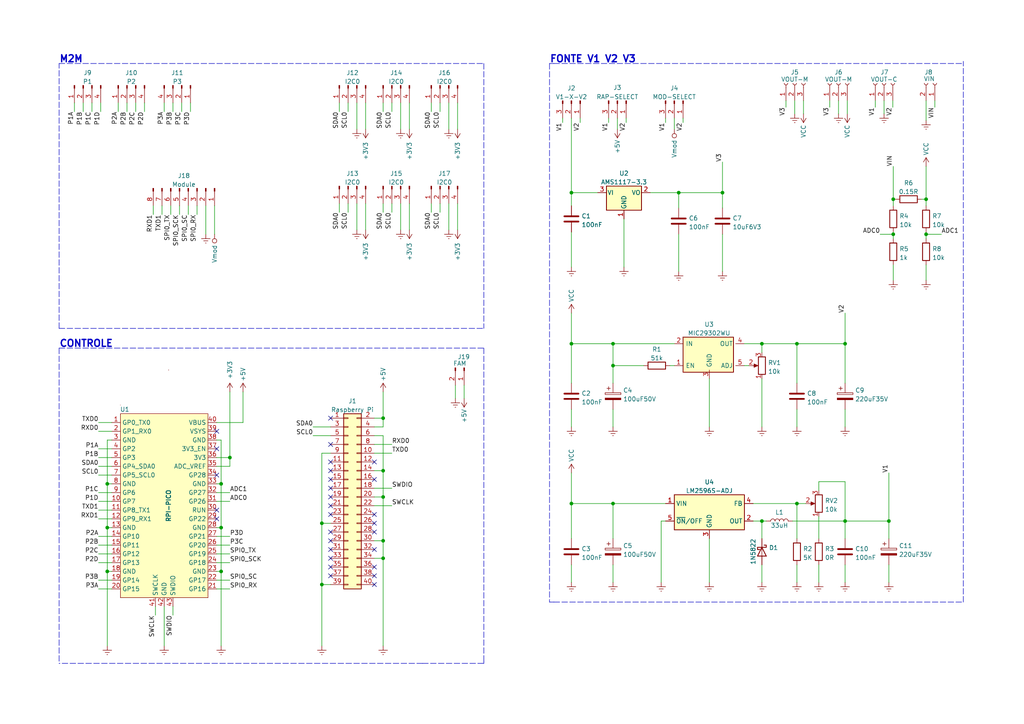
<source format=kicad_sch>
(kicad_sch (version 20211123) (generator eeschema)
  (paper "A4")
  (title_block (title "Controle e Alimentação") (date "2022-06-19") (rev "1.0") (company "Trekking") (comment 2 "Pedro Igro B. S."))
  (lib_symbols
    (symbol "Connector:Conn_01x02_Female" (pin_names (offset 1.016) hide)
      (property "Reference" "J" (at 0 2.54 0))
      (property "Value" "Conn_01x02_Female" (at 0 -5.08 0))
      (symbol "Conn_01x02_Female_1_1"
        (pin passive line (at -5.08 0 0) (length 3.81) (name "Pin_1") (number "1"))
        (pin passive line (at -5.08 -2.54 0) (length 3.81) (name "Pin_2") (number "2"))
      )
    )
    (symbol "Connector:Conn_01x02_Male" (pin_names (offset 1.016) hide)
      (property "Reference" "J" (at 0 2.54 0))
      (property "Value" "Conn_01x02_Male" (at 0 -5.08 0))
      (symbol "Conn_01x02_Male_1_1"
        (pin passive line (at 5.08 0 180) (length 3.81) (name "Pin_1") (number "1"))
        (pin passive line (at 5.08 -2.54 180) (length 3.81) (name "Pin_2") (number "2"))
      )
    )
    (symbol "Connector:Conn_01x03_Female" (pin_names (offset 1.016) hide)
      (property "Reference" "J" (at 0 5.08 0))
      (property "Value" "Conn_01x03_Female" (at 0 -5.08 0))
      (symbol "Conn_01x03_Female_1_1"
        (pin passive line (at -5.08 2.54 0) (length 3.81) (name "Pin_1") (number "1"))
        (pin passive line (at -5.08 0 0) (length 3.81) (name "Pin_2") (number "2"))
        (pin passive line (at -5.08 -2.54 0) (length 3.81) (name "Pin_3") (number "3"))
      )
    )
    (symbol "Connector:Conn_01x03_Male" (pin_names (offset 1.016) hide)
      (property "Reference" "J" (at 0 5.08 0))
      (property "Value" "Conn_01x03_Male" (at 0 -5.08 0))
      (symbol "Conn_01x03_Male_1_1"
        (pin passive line (at 5.08 2.54 180) (length 3.81) (name "Pin_1") (number "1"))
        (pin passive line (at 5.08 0 180) (length 3.81) (name "Pin_2") (number "2"))
        (pin passive line (at 5.08 -2.54 180) (length 3.81) (name "Pin_3") (number "3"))
      )
    )
    (symbol "Connector:Conn_01x04_Male" (pin_names (offset 1.016) hide)
      (property "Reference" "J" (at 0 5.08 0))
      (property "Value" "Conn_01x04_Male" (at 0 -7.62 0))
      (symbol "Conn_01x04_Male_1_1"
        (pin passive line (at 5.08 2.54 180) (length 3.81) (name "Pin_1") (number "1"))
        (pin passive line (at 5.08 0 180) (length 3.81) (name "Pin_2") (number "2"))
        (pin passive line (at 5.08 -2.54 180) (length 3.81) (name "Pin_3") (number "3"))
        (pin passive line (at 5.08 -5.08 180) (length 3.81) (name "Pin_4") (number "4"))
      )
    )
    (symbol "Connector:Conn_01x08_Male" (pin_names (offset 1.016) hide)
      (property "Reference" "J" (at 0 10.16 0))
      (property "Value" "Conn_01x08_Male" (at 0 -12.7 0))
      (symbol "Conn_01x08_Male_1_1"
        (pin passive line (at 5.08 7.62 180) (length 3.81) (name "Pin_1") (number "1"))
        (pin passive line (at 5.08 5.08 180) (length 3.81) (name "Pin_2") (number "2"))
        (pin passive line (at 5.08 2.54 180) (length 3.81) (name "Pin_3") (number "3"))
        (pin passive line (at 5.08 0 180) (length 3.81) (name "Pin_4") (number "4"))
        (pin passive line (at 5.08 -2.54 180) (length 3.81) (name "Pin_5") (number "5"))
        (pin passive line (at 5.08 -5.08 180) (length 3.81) (name "Pin_6") (number "6"))
        (pin passive line (at 5.08 -7.62 180) (length 3.81) (name "Pin_7") (number "7"))
        (pin passive line (at 5.08 -10.16 180) (length 3.81) (name "Pin_8") (number "8"))
      )
    )
    (symbol "Connector_Generic:Conn_02x20_Odd_Even" (pin_names (offset 1.016) hide)
      (property "Reference" "J" (at 1.27 25.4 0))
      (property "Value" "Conn_02x20_Odd_Even" (at 1.27 -27.94 0))
      (symbol "Conn_02x20_Odd_Even_1_1"
        (pin passive line (at -5.08 22.86 0) (length 3.81) (name "Pin_1") (number "1"))
        (pin passive line (at 7.62 12.7 180) (length 3.81) (name "Pin_10") (number "10"))
        (pin passive line (at -5.08 10.16 0) (length 3.81) (name "Pin_11") (number "11"))
        (pin passive line (at 7.62 10.16 180) (length 3.81) (name "Pin_12") (number "12"))
        (pin passive line (at -5.08 7.62 0) (length 3.81) (name "Pin_13") (number "13"))
        (pin passive line (at 7.62 7.62 180) (length 3.81) (name "Pin_14") (number "14"))
        (pin passive line (at -5.08 5.08 0) (length 3.81) (name "Pin_15") (number "15"))
        (pin passive line (at 7.62 5.08 180) (length 3.81) (name "Pin_16") (number "16"))
        (pin passive line (at -5.08 2.54 0) (length 3.81) (name "Pin_17") (number "17"))
        (pin passive line (at 7.62 2.54 180) (length 3.81) (name "Pin_18") (number "18"))
        (pin passive line (at -5.08 0 0) (length 3.81) (name "Pin_19") (number "19"))
        (pin passive line (at 7.62 22.86 180) (length 3.81) (name "Pin_2") (number "2"))
        (pin passive line (at 7.62 0 180) (length 3.81) (name "Pin_20") (number "20"))
        (pin passive line (at -5.08 -2.54 0) (length 3.81) (name "Pin_21") (number "21"))
        (pin passive line (at 7.62 -2.54 180) (length 3.81) (name "Pin_22") (number "22"))
        (pin passive line (at -5.08 -5.08 0) (length 3.81) (name "Pin_23") (number "23"))
        (pin passive line (at 7.62 -5.08 180) (length 3.81) (name "Pin_24") (number "24"))
        (pin passive line (at -5.08 -7.62 0) (length 3.81) (name "Pin_25") (number "25"))
        (pin passive line (at 7.62 -7.62 180) (length 3.81) (name "Pin_26") (number "26"))
        (pin passive line (at -5.08 -10.16 0) (length 3.81) (name "Pin_27") (number "27"))
        (pin passive line (at 7.62 -10.16 180) (length 3.81) (name "Pin_28") (number "28"))
        (pin passive line (at -5.08 -12.7 0) (length 3.81) (name "Pin_29") (number "29"))
        (pin passive line (at -5.08 20.32 0) (length 3.81) (name "Pin_3") (number "3"))
        (pin passive line (at 7.62 -12.7 180) (length 3.81) (name "Pin_30") (number "30"))
        (pin passive line (at -5.08 -15.24 0) (length 3.81) (name "Pin_31") (number "31"))
        (pin passive line (at 7.62 -15.24 180) (length 3.81) (name "Pin_32") (number "32"))
        (pin passive line (at -5.08 -17.78 0) (length 3.81) (name "Pin_33") (number "33"))
        (pin passive line (at 7.62 -17.78 180) (length 3.81) (name "Pin_34") (number "34"))
        (pin passive line (at -5.08 -20.32 0) (length 3.81) (name "Pin_35") (number "35"))
        (pin passive line (at 7.62 -20.32 180) (length 3.81) (name "Pin_36") (number "36"))
        (pin passive line (at -5.08 -22.86 0) (length 3.81) (name "Pin_37") (number "37"))
        (pin passive line (at 7.62 -22.86 180) (length 3.81) (name "Pin_38") (number "38"))
        (pin passive line (at -5.08 -25.4 0) (length 3.81) (name "Pin_39") (number "39"))
        (pin passive line (at 7.62 20.32 180) (length 3.81) (name "Pin_4") (number "4"))
        (pin passive line (at 7.62 -25.4 180) (length 3.81) (name "Pin_40") (number "40"))
        (pin passive line (at -5.08 17.78 0) (length 3.81) (name "Pin_5") (number "5"))
        (pin passive line (at 7.62 17.78 180) (length 3.81) (name "Pin_6") (number "6"))
        (pin passive line (at -5.08 15.24 0) (length 3.81) (name "Pin_7") (number "7"))
        (pin passive line (at 7.62 15.24 180) (length 3.81) (name "Pin_8") (number "8"))
        (pin passive line (at -5.08 12.7 0) (length 3.81) (name "Pin_9") (number "9"))
      )
    )
    (symbol "Device:C" (pin_numbers hide) (pin_names (offset 0.254))
      (property "Reference" "C" (at 0.635 2.54 0))
      (property "Value" "C" (at 0.635 -2.54 0))
      (symbol "C_1_1"
        (pin passive line (at 0 3.81 270) (length 2.794) (name "~") (number "1"))
        (pin passive line (at 0 -3.81 90) (length 2.794) (name "~") (number "2"))
      )
    )
    (symbol "Device:C_Polarized" (pin_numbers hide) (pin_names (offset 0.254))
      (property "Reference" "C" (at 0.635 2.54 0))
      (property "Value" "C_Polarized" (at 0.635 -2.54 0))
      (symbol "C_Polarized_1_1"
        (pin passive line (at 0 3.81 270) (length 2.794) (name "~") (number "1"))
        (pin passive line (at 0 -3.81 90) (length 2.794) (name "~") (number "2"))
      )
    )
    (symbol "Device:L" (pin_numbers hide) (pin_names (offset 1.016) hide)
      (property "Reference" "L" (at -1.27 0 90))
      (property "Value" "L" (at 1.905 0 90))
      (symbol "L_1_1"
        (pin passive line (at 0 3.81 270) (length 1.27) (name "1") (number "1"))
        (pin passive line (at 0 -3.81 90) (length 1.27) (name "2") (number "2"))
      )
    )
    (symbol "Device:R" (pin_numbers hide) (pin_names (offset 0))
      (property "Reference" "R" (at 2.032 0 90))
      (property "Value" "R" (at 0 0 90))
      (symbol "R_1_1"
        (pin passive line (at 0 3.81 270) (length 1.27) (name "~") (number "1"))
        (pin passive line (at 0 -3.81 90) (length 1.27) (name "~") (number "2"))
      )
    )
    (symbol "Device:R_Potentiometer" (pin_names (offset 1.016) hide)
      (property "Reference" "RV" (at -4.445 0 90))
      (property "Value" "R_Potentiometer" (at -2.54 0 90))
      (symbol "R_Potentiometer_1_1"
        (pin passive line (at 0 3.81 270) (length 1.27) (name "1") (number "1"))
        (pin passive line (at 3.81 0 180) (length 1.27) (name "2") (number "2"))
        (pin passive line (at 0 -3.81 90) (length 1.27) (name "3") (number "3"))
      )
    )
    (symbol "Diode:1N5822" (pin_numbers hide) (pin_names (offset 1.016) hide)
      (property "Reference" "D" (at 0 2.54 0))
      (property "Value" "1N5822" (at 0 -2.54 0))
      (symbol "1N5822_1_1"
        (pin passive line (at -3.81 0 0) (length 2.54) (name "K") (number "1"))
        (pin passive line (at 3.81 0 180) (length 2.54) (name "A") (number "2"))
      )
    )
    (symbol "MyLib-ALL:MIC29302WU" (pin_names (offset 0.762))
      (property "Reference" "U?" (at 0 6.2398 0))
      (property "Value" "MIC29302WU" (at 0 4.445 0))
      (symbol "MIC29302WU_1_1"
        (pin input line (at -10.16 -5.08 0) (length 2.54) (name "EN") (number "1"))
        (pin power_in line (at -10.16 1.27 0) (length 2.54) (name "IN") (number "2"))
        (pin power_in line (at 0 -8.89 90) (length 2.54) (name "GND") (number "3"))
        (pin power_out line (at 10.16 1.27 180) (length 2.54) (name "OUT") (number "4"))
        (pin input line (at 10.16 -5.08 180) (length 2.54) (name "ADJ") (number "5"))
      )
    )
    (symbol "MyLib-ALL:Vmod" (power) (pin_names (offset 0))
      (property "Value" "Vmod" (at 0 3.81 0))
      (symbol "Vmod_1_1"
        (pin power_in line (at 0 0 90) (length 0) hide (name "Vmod") (number "1"))
      )
    )
    (symbol "Regulator_Linear:AMS1117-3.3" (pin_names (offset 0.254))
      (property "Reference" "U" (at -3.81 3.175 0))
      (property "Value" "AMS1117-3.3" (at 0 3.175 0))
      (symbol "AMS1117-3.3_1_1"
        (pin power_in line (at 0 -7.62 90) (length 2.54) (name "GND") (number "1"))
        (pin power_out line (at 7.62 0 180) (length 2.54) (name "VO") (number "2"))
        (pin power_in line (at -7.62 0 0) (length 2.54) (name "VI") (number "3"))
      )
    )
    (symbol "Regulator_Switching:LM2596S-ADJ"
      (property "Reference" "U" (at -10.16 6.35 0))
      (property "Value" "LM2596S-ADJ" (at 0 6.35 0))
      (symbol "LM2596S-ADJ_1_1"
        (pin power_in line (at -12.7 2.54 0) (length 2.54) (name "VIN") (number "1"))
        (pin output line (at 12.7 -2.54 180) (length 2.54) (name "OUT") (number "2"))
        (pin power_in line (at 0 -7.62 90) (length 2.54) (name "GND") (number "3"))
        (pin input line (at 12.7 2.54 180) (length 2.54) (name "FB") (number "4"))
        (pin input line (at -12.7 -2.54 0) (length 2.54) (name "~{ON}/OFF") (number "5"))
      )
    )
    (symbol "power:+3V3" (power) (pin_names (offset 0))
      (property "Value" "+3V3" (at 0 3.556 0))
      (symbol "+3V3_1_1"
        (pin power_in line (at 0 0 90) (length 0) hide (name "+3V3") (number "1"))
      )
    )
    (symbol "power:+5V" (power) (pin_names (offset 0))
      (property "Value" "+5V" (at 0 3.556 0))
      (symbol "+5V_1_1"
        (pin power_in line (at 0 0 90) (length 0) hide (name "+5V") (number "1"))
      )
    )
    (symbol "power:Earth" (power) (pin_names (offset 0))
      (symbol "Earth_1_1"
        (pin power_in line (at 0 0 270) (length 0) hide (name "Earth") (number "1"))
      )
    )
    (symbol "power:VCC" (power) (pin_names (offset 0))
      (property "Value" "VCC" (at 0 3.81 0))
      (symbol "VCC_1_1"
        (pin power_in line (at 0 0 90) (length 0) hide (name "VCC") (number "1"))
      )
    )
    (symbol "trekking_Library:RPI-PICO"
      (property "Reference" "U?" (at -11.43 27.94 0))
      (property "Value" "RPI-PICO" (at 1.27 0 90))
      (symbol "RPI-PICO_1_1"
        (pin bidirectional line (at -15.24 24.13 0) (length 2.54) (name "GP0_TX0") (number "1"))
        (pin bidirectional line (at -15.24 1.27 0) (length 2.54) (name "GP7") (number "10"))
        (pin bidirectional line (at -15.24 -1.27 0) (length 2.54) (name "GP8_TX1") (number "11"))
        (pin bidirectional line (at -15.24 -3.81 0) (length 2.54) (name "GP9_RX1") (number "12"))
        (pin passive line (at -15.24 -6.35 0) (length 2.54) (name "GND") (number "13"))
        (pin bidirectional line (at -15.24 -8.89 0) (length 2.54) (name "GP10") (number "14"))
        (pin bidirectional line (at -15.24 -11.43 0) (length 2.54) (name "GP11") (number "15"))
        (pin bidirectional line (at -15.24 -13.97 0) (length 2.54) (name "GP12") (number "16"))
        (pin bidirectional line (at -15.24 -16.51 0) (length 2.54) (name "GP13") (number "17"))
        (pin passive line (at -15.24 -19.05 0) (length 2.54) (name "GND") (number "18"))
        (pin bidirectional line (at -15.24 -21.59 0) (length 2.54) (name "GP14") (number "19"))
        (pin bidirectional line (at -15.24 21.59 0) (length 2.54) (name "GP1_RX0") (number "2"))
        (pin bidirectional line (at -15.24 -24.13 0) (length 2.54) (name "GP15") (number "20"))
        (pin bidirectional line (at 15.24 -24.13 180) (length 2.54) (name "GP16") (number "21"))
        (pin bidirectional line (at 15.24 -21.59 180) (length 2.54) (name "GP17") (number "22"))
        (pin passive line (at 15.24 -19.05 180) (length 2.54) (name "GND") (number "23"))
        (pin bidirectional line (at 15.24 -16.51 180) (length 2.54) (name "GP18") (number "24"))
        (pin bidirectional line (at 15.24 -13.97 180) (length 2.54) (name "GP19") (number "25"))
        (pin bidirectional line (at 15.24 -11.43 180) (length 2.54) (name "GP20") (number "26"))
        (pin bidirectional line (at 15.24 -8.89 180) (length 2.54) (name "GP21") (number "27"))
        (pin passive line (at 15.24 -6.35 180) (length 2.54) (name "GND") (number "28"))
        (pin bidirectional line (at 15.24 -3.81 180) (length 2.54) (name "GP22") (number "29"))
        (pin passive line (at -15.24 19.05 0) (length 2.54) (name "GND") (number "3"))
        (pin passive line (at 15.24 -1.27 180) (length 2.54) (name "RUN") (number "30"))
        (pin bidirectional line (at 15.24 1.27 180) (length 2.54) (name "GP26") (number "31"))
        (pin bidirectional line (at 15.24 3.81 180) (length 2.54) (name "GP27") (number "32"))
        (pin passive line (at 15.24 6.35 180) (length 2.54) (name "GND") (number "33"))
        (pin bidirectional line (at 15.24 8.89 180) (length 2.54) (name "GP28") (number "34"))
        (pin input line (at 15.24 11.43 180) (length 2.54) (name "ADC_VREF") (number "35"))
        (pin power_out line (at 15.24 13.97 180) (length 2.54) (name "3V3") (number "36"))
        (pin passive line (at 15.24 16.51 180) (length 2.54) (name "3V3_EN") (number "37"))
        (pin passive line (at 15.24 19.05 180) (length 2.54) (name "GND") (number "38"))
        (pin power_out line (at 15.24 21.59 180) (length 2.54) (name "VSYS") (number "39"))
        (pin bidirectional line (at -15.24 16.51 0) (length 2.54) (name "GP2") (number "4"))
        (pin power_in line (at 15.24 24.13 180) (length 2.54) (name "VBUS") (number "40"))
        (pin output line (at -2.54 -29.21 90) (length 2.54) (name "SWCLK") (number "41"))
        (pin passive line (at 0 -29.21 90) (length 2.54) (name "GND") (number "42"))
        (pin bidirectional line (at 2.54 -29.21 90) (length 2.54) (name "SWDIO") (number "43"))
        (pin bidirectional line (at -15.24 13.97 0) (length 2.54) (name "GP3") (number "5"))
        (pin bidirectional line (at -15.24 11.43 0) (length 2.54) (name "GP4_SDA0") (number "6"))
        (pin bidirectional line (at -15.24 8.89 0) (length 2.54) (name "GP5_SCL0") (number "7"))
        (pin passive line (at -15.24 6.35 0) (length 2.54) (name "GND") (number "8"))
        (pin bidirectional line (at -15.24 3.81 0) (length 2.54) (name "GP6") (number "9"))
      )
    )
  )
  (junction (at 268.605 57.785))
  (junction (at 93.345 151.765))
  (junction (at 177.8 146.05))
  (junction (at 111.125 136.525))
  (junction (at 111.125 156.845))
  (junction (at 196.85 55.88))
  (junction (at 165.735 55.88))
  (junction (at 177.8 99.695))
  (junction (at 93.345 169.545))
  (junction (at 220.98 99.695))
  (junction (at 111.125 144.145))
  (junction (at 245.11 99.695))
  (junction (at 257.81 151.13))
  (junction (at 64.135 165.735))
  (junction (at 165.735 99.695))
  (junction (at 66.675 132.715))
  (junction (at 259.08 67.945))
  (junction (at 165.735 146.05))
  (junction (at 231.14 99.695))
  (junction (at 31.115 165.735))
  (junction (at 64.135 153.035))
  (junction (at 245.11 151.13))
  (junction (at 220.98 151.13))
  (junction (at 209.55 55.88))
  (junction (at 111.125 161.925))
  (junction (at 268.605 67.945))
  (junction (at 31.115 140.335))
  (junction (at 259.08 57.785))
  (junction (at 231.14 146.05))
  (junction (at 111.125 121.285))
  (junction (at 177.8 106.045))
  (junction (at 64.135 140.335))
  (junction (at 31.115 153.035))
  (no_connect (at 62.865 150.495))
  (no_connect (at 62.865 125.095))
  (no_connect (at 62.865 130.175))
  (no_connect (at 62.865 137.795))
  (no_connect (at 62.865 147.955))
  (no_connect (at 95.885 128.905))
  (no_connect (at 95.885 121.285))
  (no_connect (at 108.585 149.225))
  (no_connect (at 108.585 154.305))
  (no_connect (at 95.885 154.305))
  (no_connect (at 108.585 139.065))
  (no_connect (at 95.885 161.925))
  (no_connect (at 95.885 167.005))
  (no_connect (at 95.885 164.465))
  (no_connect (at 108.585 151.765))
  (no_connect (at 95.885 156.845))
  (no_connect (at 95.885 159.385))
  (no_connect (at 108.585 164.465))
  (no_connect (at 108.585 159.385))
  (no_connect (at 95.885 146.685))
  (no_connect (at 95.885 149.225))
  (no_connect (at 108.585 133.985))
  (no_connect (at 95.885 139.065))
  (no_connect (at 95.885 141.605))
  (no_connect (at 95.885 144.145))
  (no_connect (at 95.885 133.985))
  (no_connect (at 95.885 136.525))
  (no_connect (at 108.585 169.545))
  (no_connect (at 108.585 167.005))
  (wire (pts (xy 245.11 118.745) (xy 245.11 123.825)))
  (wire (pts (xy 64.135 165.735) (xy 64.135 153.035)))
  (wire (pts (xy 49.53 59.69) (xy 49.53 62.23)))
  (wire (pts (xy 111.125 29.845) (xy 111.125 32.385)))
  (wire (pts (xy 62.865 142.875) (xy 66.675 142.875)))
  (wire (pts (xy 111.125 156.845) (xy 108.585 156.845)))
  (wire (pts (xy 205.74 109.855) (xy 205.74 123.825)))
  (wire (pts (xy 31.115 153.035) (xy 31.115 165.735)))
  (polyline (pts (xy 122.555 192.405) (xy 17.145 192.405)))
  (wire (pts (xy 118.745 59.055) (xy 118.745 66.675)))
  (wire (pts (xy 113.665 141.605) (xy 108.585 141.605)))
  (wire (pts (xy 165.735 55.88) (xy 173.355 55.88)))
  (wire (pts (xy 21.59 29.845) (xy 21.59 32.385)))
  (wire (pts (xy 31.115 140.335) (xy 31.115 153.035)))
  (wire (pts (xy 127.635 59.055) (xy 127.635 61.595)))
  (wire (pts (xy 90.805 123.825) (xy 95.885 123.825)))
  (polyline (pts (xy 122.555 192.405) (xy 140.335 192.405)))
  (wire (pts (xy 177.8 106.045) (xy 177.8 111.125)))
  (wire (pts (xy 165.735 34.29) (xy 165.735 55.88)))
  (wire (pts (xy 24.13 29.845) (xy 24.13 32.385)))
  (wire (pts (xy 231.14 146.05) (xy 231.14 156.21)))
  (wire (pts (xy 220.98 109.855) (xy 220.98 123.825)))
  (polyline (pts (xy 160.655 18.415) (xy 279.4 18.415)))
  (wire (pts (xy 231.14 163.83) (xy 231.14 168.91)))
  (wire (pts (xy 256.413 29.21) (xy 256.413 33.02)))
  (wire (pts (xy 220.98 151.13) (xy 218.44 151.13)))
  (wire (pts (xy 62.865 163.195) (xy 66.675 163.195)))
  (wire (pts (xy 64.135 140.335) (xy 64.135 153.035)))
  (wire (pts (xy 259.08 67.31) (xy 259.08 67.945)))
  (wire (pts (xy 118.745 29.845) (xy 118.745 37.465)))
  (wire (pts (xy 34.29 29.845) (xy 34.29 32.385)))
  (wire (pts (xy 271.145 29.21) (xy 271.145 31.115)))
  (wire (pts (xy 100.965 59.055) (xy 100.965 61.595)))
  (wire (pts (xy 198.12 34.29) (xy 198.12 35.56)))
  (wire (pts (xy 28.575 135.255) (xy 32.385 135.255)))
  (wire (pts (xy 66.675 113.665) (xy 66.675 132.715)))
  (wire (pts (xy 130.175 29.845) (xy 130.175 37.465)))
  (wire (pts (xy 177.8 146.05) (xy 177.8 156.21)))
  (wire (pts (xy 62.865 127.635) (xy 64.135 127.635)))
  (wire (pts (xy 181.61 34.29) (xy 181.61 35.56)))
  (wire (pts (xy 45.085 175.895) (xy 45.085 178.435)))
  (wire (pts (xy 70.485 122.555) (xy 62.865 122.555)))
  (wire (pts (xy 93.345 169.545) (xy 93.345 151.765)))
  (wire (pts (xy 28.575 163.195) (xy 32.385 163.195)))
  (wire (pts (xy 111.125 136.525) (xy 108.585 136.525)))
  (wire (pts (xy 70.485 113.665) (xy 70.485 122.555)))
  (wire (pts (xy 46.99 59.69) (xy 46.99 62.23)))
  (wire (pts (xy 245.11 156.21) (xy 245.11 151.13)))
  (wire (pts (xy 66.675 135.255) (xy 66.675 132.715)))
  (wire (pts (xy 259.08 57.785) (xy 259.715 57.785)))
  (wire (pts (xy 106.045 59.055) (xy 106.045 66.675)))
  (wire (pts (xy 28.575 155.575) (xy 32.385 155.575)))
  (polyline (pts (xy 140.335 192.405) (xy 140.335 191.77)))
  (wire (pts (xy 220.98 151.13) (xy 222.25 151.13)))
  (wire (pts (xy 237.49 139.7) (xy 237.49 142.24)))
  (wire (pts (xy 47.625 175.895) (xy 47.625 187.325)))
  (wire (pts (xy 93.345 131.445) (xy 93.345 151.765)))
  (wire (pts (xy 103.505 29.845) (xy 103.505 37.465)))
  (wire (pts (xy 125.095 59.055) (xy 125.095 61.595)))
  (wire (pts (xy 227.965 29.21) (xy 227.965 31.115)))
  (wire (pts (xy 177.8 146.05) (xy 193.04 146.05)))
  (wire (pts (xy 220.98 168.91) (xy 220.98 163.83)))
  (wire (pts (xy 111.125 161.925) (xy 108.585 161.925)))
  (wire (pts (xy 177.8 99.695) (xy 195.58 99.695)))
  (wire (pts (xy 240.665 29.21) (xy 240.665 31.115)))
  (wire (pts (xy 257.81 137.16) (xy 257.81 151.13)))
  (wire (pts (xy 113.665 29.845) (xy 113.665 32.385)))
  (wire (pts (xy 245.11 163.83) (xy 245.11 168.91)))
  (wire (pts (xy 95.885 131.445) (xy 93.345 131.445)))
  (wire (pts (xy 57.15 59.69) (xy 57.15 62.23)))
  (wire (pts (xy 28.575 160.655) (xy 32.385 160.655)))
  (wire (pts (xy 62.865 165.735) (xy 64.135 165.735)))
  (wire (pts (xy 31.115 127.635) (xy 31.115 140.335)))
  (wire (pts (xy 95.885 169.545) (xy 93.345 169.545)))
  (wire (pts (xy 257.81 151.13) (xy 257.81 156.21)))
  (wire (pts (xy 26.67 29.845) (xy 26.67 32.385)))
  (wire (pts (xy 257.81 163.83) (xy 257.81 168.91)))
  (wire (pts (xy 32.385 153.035) (xy 31.115 153.035)))
  (wire (pts (xy 165.735 146.05) (xy 165.735 156.21)))
  (wire (pts (xy 28.575 125.095) (xy 32.385 125.095)))
  (wire (pts (xy 259.08 59.69) (xy 259.08 57.785)))
  (wire (pts (xy 177.8 99.695) (xy 177.8 106.045)))
  (wire (pts (xy 245.11 139.7) (xy 237.49 139.7)))
  (wire (pts (xy 41.91 29.845) (xy 41.91 32.385)))
  (wire (pts (xy 220.98 156.21) (xy 220.98 151.13)))
  (wire (pts (xy 268.605 29.21) (xy 268.605 34.925)))
  (wire (pts (xy 47.625 29.845) (xy 47.625 32.385)))
  (polyline (pts (xy 17.145 18.415) (xy 140.335 18.415)))
  (wire (pts (xy 32.385 165.735) (xy 31.115 165.735)))
  (wire (pts (xy 165.735 146.05) (xy 177.8 146.05)))
  (wire (pts (xy 111.125 136.525) (xy 111.125 144.145)))
  (wire (pts (xy 54.61 59.69) (xy 54.61 62.23)))
  (wire (pts (xy 98.425 29.845) (xy 98.425 32.385)))
  (wire (pts (xy 218.44 146.05) (xy 231.14 146.05)))
  (wire (pts (xy 108.585 128.905) (xy 113.665 128.905)))
  (wire (pts (xy 165.735 137.16) (xy 165.735 146.05)))
  (polyline (pts (xy 122.555 100.965) (xy 140.335 100.965)))
  (wire (pts (xy 245.11 151.13) (xy 257.81 151.13)))
  (wire (pts (xy 111.125 126.365) (xy 111.125 136.525)))
  (wire (pts (xy 66.675 132.715) (xy 62.865 132.715)))
  (polyline (pts (xy 160.655 18.415) (xy 159.385 18.415)))
  (wire (pts (xy 193.04 34.29) (xy 193.04 35.56)))
  (wire (pts (xy 111.125 59.055) (xy 111.125 61.595)))
  (wire (pts (xy 93.345 169.545) (xy 93.345 187.325)))
  (wire (pts (xy 220.98 99.695) (xy 231.14 99.695)))
  (wire (pts (xy 195.58 34.29) (xy 195.58 37.465)))
  (polyline (pts (xy 159.385 18.415) (xy 159.385 174.625)))
  (wire (pts (xy 268.605 48.26) (xy 268.605 57.785)))
  (wire (pts (xy 177.8 163.83) (xy 177.8 168.91)))
  (wire (pts (xy 28.575 147.955) (xy 32.385 147.955)))
  (wire (pts (xy 113.665 59.055) (xy 113.665 61.595)))
  (wire (pts (xy 196.85 55.88) (xy 188.595 55.88)))
  (polyline (pts (xy 279.4 174.625) (xy 279.4 17.78)))
  (wire (pts (xy 62.865 160.655) (xy 66.675 160.655)))
  (wire (pts (xy 259.08 76.835) (xy 259.08 81.28)))
  (wire (pts (xy 177.8 106.045) (xy 186.69 106.045)))
  (polyline (pts (xy 140.335 18.415) (xy 140.335 95.25)))
  (wire (pts (xy 127.635 29.845) (xy 127.635 32.385)))
  (wire (pts (xy 268.605 59.69) (xy 268.605 57.785)))
  (wire (pts (xy 29.21 29.845) (xy 29.21 32.385)))
  (wire (pts (xy 268.605 67.945) (xy 273.05 67.945)))
  (wire (pts (xy 215.9 99.695) (xy 220.98 99.695)))
  (wire (pts (xy 103.505 59.055) (xy 103.505 66.675)))
  (wire (pts (xy 165.735 99.695) (xy 177.8 99.695)))
  (wire (pts (xy 108.585 146.685) (xy 113.665 146.685)))
  (wire (pts (xy 62.865 140.335) (xy 64.135 140.335)))
  (wire (pts (xy 62.865 145.415) (xy 66.675 145.415)))
  (wire (pts (xy 28.575 122.555) (xy 32.385 122.555)))
  (polyline (pts (xy 17.145 100.965) (xy 17.145 192.405)))
  (wire (pts (xy 179.07 34.29) (xy 179.07 37.465)))
  (wire (pts (xy 165.735 67.31) (xy 165.735 77.47)))
  (wire (pts (xy 28.575 158.115) (xy 32.385 158.115)))
  (wire (pts (xy 93.345 151.765) (xy 95.885 151.765)))
  (wire (pts (xy 196.85 60.325) (xy 196.85 55.88)))
  (wire (pts (xy 268.605 57.785) (xy 267.335 57.785)))
  (wire (pts (xy 116.205 59.055) (xy 116.205 66.675)))
  (wire (pts (xy 268.605 67.31) (xy 268.605 67.945)))
  (wire (pts (xy 62.865 155.575) (xy 66.675 155.575)))
  (wire (pts (xy 258.953 29.21) (xy 258.953 31.115)))
  (wire (pts (xy 59.69 59.69) (xy 59.69 67.945)))
  (wire (pts (xy 62.865 135.255) (xy 66.675 135.255)))
  (wire (pts (xy 255.27 67.945) (xy 259.08 67.945)))
  (polyline (pts (xy 17.145 100.965) (xy 122.555 100.965)))
  (wire (pts (xy 176.53 34.29) (xy 176.53 35.56)))
  (wire (pts (xy 28.575 170.815) (xy 32.385 170.815)))
  (wire (pts (xy 259.08 67.945) (xy 259.08 69.215)))
  (wire (pts (xy 28.575 132.715) (xy 32.385 132.715)))
  (wire (pts (xy 253.873 29.21) (xy 253.873 31.115)))
  (polyline (pts (xy 17.145 95.25) (xy 140.335 95.25)))
  (wire (pts (xy 98.425 59.055) (xy 98.425 61.595)))
  (wire (pts (xy 111.125 113.665) (xy 111.125 121.285)))
  (wire (pts (xy 106.045 29.845) (xy 106.045 37.465)))
  (wire (pts (xy 64.135 165.735) (xy 64.135 187.325)))
  (polyline (pts (xy 159.385 174.625) (xy 160.655 174.625)))
  (wire (pts (xy 125.095 29.845) (xy 125.095 32.385)))
  (wire (pts (xy 55.245 29.845) (xy 55.245 32.385)))
  (wire (pts (xy 132.715 29.845) (xy 132.715 37.465)))
  (wire (pts (xy 165.735 118.745) (xy 165.735 123.825)))
  (wire (pts (xy 28.575 145.415) (xy 32.385 145.415)))
  (wire (pts (xy 231.14 118.745) (xy 231.14 123.825)))
  (wire (pts (xy 111.125 161.925) (xy 111.125 187.325)))
  (wire (pts (xy 259.08 48.26) (xy 259.08 57.785)))
  (wire (pts (xy 28.575 168.275) (xy 32.385 168.275)))
  (wire (pts (xy 245.11 151.13) (xy 245.11 139.7)))
  (polyline (pts (xy 160.655 174.625) (xy 279.4 174.625)))
  (wire (pts (xy 231.14 111.125) (xy 231.14 99.695)))
  (wire (pts (xy 28.575 150.495) (xy 32.385 150.495)))
  (wire (pts (xy 165.735 90.805) (xy 165.735 99.695)))
  (wire (pts (xy 52.07 59.69) (xy 52.07 62.23)))
  (wire (pts (xy 209.55 60.325) (xy 209.55 55.88)))
  (wire (pts (xy 243.205 29.21) (xy 243.205 33.02)))
  (wire (pts (xy 168.275 34.29) (xy 168.275 35.56)))
  (wire (pts (xy 134.62 111.76) (xy 134.62 115.57)))
  (wire (pts (xy 268.605 67.945) (xy 268.605 69.215)))
  (wire (pts (xy 39.37 29.845) (xy 39.37 32.385)))
  (wire (pts (xy 220.98 99.695) (xy 220.98 102.235)))
  (wire (pts (xy 130.175 59.055) (xy 130.175 66.675)))
  (wire (pts (xy 32.385 127.635) (xy 31.115 127.635)))
  (wire (pts (xy 111.125 144.145) (xy 108.585 144.145)))
  (wire (pts (xy 90.805 126.365) (xy 95.885 126.365)))
  (wire (pts (xy 205.74 156.21) (xy 205.74 168.91)))
  (wire (pts (xy 64.135 153.035) (xy 62.865 153.035)))
  (wire (pts (xy 177.8 118.745) (xy 177.8 123.825)))
  (wire (pts (xy 132.715 59.055) (xy 132.715 66.675)))
  (wire (pts (xy 111.125 123.825) (xy 108.585 123.825)))
  (wire (pts (xy 165.735 163.83) (xy 165.735 168.91)))
  (wire (pts (xy 50.165 175.895) (xy 50.165 178.435)))
  (wire (pts (xy 165.735 111.125) (xy 165.735 99.695)))
  (wire (pts (xy 108.585 131.445) (xy 113.665 131.445)))
  (wire (pts (xy 209.55 46.99) (xy 209.55 55.88)))
  (wire (pts (xy 245.11 90.805) (xy 245.11 99.695)))
  (wire (pts (xy 28.575 137.795) (xy 32.385 137.795)))
  (wire (pts (xy 36.83 29.845) (xy 36.83 32.385)))
  (wire (pts (xy 165.735 59.69) (xy 165.735 55.88)))
  (wire (pts (xy 62.865 168.275) (xy 66.675 168.275)))
  (wire (pts (xy 111.125 156.845) (xy 111.125 161.925)))
  (wire (pts (xy 180.975 63.5) (xy 180.975 77.47)))
  (wire (pts (xy 245.745 29.21) (xy 245.745 33.02)))
  (wire (pts (xy 215.9 106.045) (xy 217.17 106.045)))
  (wire (pts (xy 245.11 99.695) (xy 231.14 99.695)))
  (wire (pts (xy 31.115 165.735) (xy 31.115 187.325)))
  (wire (pts (xy 209.55 55.88) (xy 196.85 55.88)))
  (wire (pts (xy 230.505 29.21) (xy 230.505 33.02)))
  (wire (pts (xy 268.605 76.835) (xy 268.605 81.28)))
  (wire (pts (xy 28.575 142.875) (xy 32.385 142.875)))
  (wire (pts (xy 237.49 163.83) (xy 237.49 168.91)))
  (wire (pts (xy 50.165 29.845) (xy 50.165 32.385)))
  (wire (pts (xy 193.04 151.13) (xy 191.77 151.13)))
  (wire (pts (xy 62.865 158.115) (xy 66.675 158.115)))
  (wire (pts (xy 209.55 67.945) (xy 209.55 78.74)))
  (wire (pts (xy 44.45 59.69) (xy 44.45 62.23)))
  (wire (pts (xy 196.85 67.945) (xy 196.85 78.74)))
  (wire (pts (xy 62.23 59.69) (xy 62.23 67.945)))
  (wire (pts (xy 111.125 144.145) (xy 111.125 156.845)))
  (wire (pts (xy 64.135 127.635) (xy 64.135 140.335)))
  (wire (pts (xy 245.11 111.125) (xy 245.11 99.695)))
  (wire (pts (xy 31.115 140.335) (xy 32.385 140.335)))
  (wire (pts (xy 111.125 121.285) (xy 111.125 123.825)))
  (wire (pts (xy 108.585 126.365) (xy 111.125 126.365)))
  (wire (pts (xy 62.865 170.815) (xy 66.675 170.815)))
  (wire (pts (xy 194.31 106.045) (xy 195.58 106.045)))
  (polyline (pts (xy 17.145 95.25) (xy 17.145 18.415)))
  (wire (pts (xy 100.965 29.845) (xy 100.965 32.385)))
  (wire (pts (xy 163.195 34.29) (xy 163.195 35.56)))
  (wire (pts (xy 231.14 146.05) (xy 233.68 146.05)))
  (wire (pts (xy 28.575 130.175) (xy 32.385 130.175)))
  (wire (pts (xy 233.045 29.21) (xy 233.045 33.02)))
  (wire (pts (xy 229.87 151.13) (xy 245.11 151.13)))
  (wire (pts (xy 108.585 121.285) (xy 111.125 121.285)))
  (wire (pts (xy 116.205 29.845) (xy 116.205 37.465)))
  (wire (pts (xy 191.77 151.13) (xy 191.77 168.91)))
  (polyline (pts (xy 140.335 100.965) (xy 140.335 192.405)))
  (wire (pts (xy 132.08 111.76) (xy 132.08 115.57)))
  (wire (pts (xy 237.49 149.86) (xy 237.49 156.21)))
  (wire (pts (xy 52.705 29.845) (xy 52.705 32.385)))
  (text "CONTROLE" (at 17.145 100.965 0) (effects (font (size 2 2) (thickness 0.4) bold) (justify left bottom)))
  (text "M2M" (at 17.145 18.415 0) (effects (font (size 2 2) (thickness 0.4) bold) (justify left bottom)))
  (text "FONTE V1 V2 V3" (at 159.385 18.415 0) (effects (font (size 2 2) (thickness 0.4) bold) (justify left bottom)))
  (label "V1" (at 253.873 31.115 270))
  (label "SDA0" (at 125.095 61.595 270))
  (label "V2" (at 245.11 90.805 90))
  (label "TXD0" (at 113.665 131.445 0))
  (label "SPI0_SC" (at 54.61 62.23 270))
  (label "P2D" (at 41.91 32.385 270))
  (label "P1B" (at 28.575 132.715 180))
  (label "SWDIO" (at 50.165 178.435 270))
  (label "SPI0_TX" (at 66.675 160.655 0))
  (label "P1C" (at 28.575 142.875 180))
  (label "SCL0" (at 100.965 32.385 270))
  (label "SDA0" (at 98.425 61.595 270))
  (label "TXD1" (at 28.575 147.955 180))
  (label "P1A" (at 21.59 32.385 270))
  (label "P1A" (at 28.575 130.175 180))
  (label "RXD1" (at 28.575 150.495 180))
  (label "V3" (at 227.965 31.115 270))
  (label "ADC0" (at 66.675 145.415 0))
  (label "V1" (at 176.53 35.56 270))
  (label "V1" (at 163.195 35.56 270))
  (label "P2C" (at 39.37 32.385 270))
  (label "SCL0" (at 100.965 61.595 270))
  (label "P2A" (at 34.29 32.385 270))
  (label "SDA0" (at 125.095 32.385 270))
  (label "V2" (at 168.275 35.56 270))
  (label "SDA0" (at 98.425 32.385 270))
  (label "SDA0" (at 111.125 61.595 270))
  (label "RXD0" (at 28.575 125.095 180))
  (label "SPI0_SCK" (at 52.07 62.23 270))
  (label "P2A" (at 28.575 155.575 180))
  (label "P2B" (at 36.83 32.385 270))
  (label "P3C" (at 66.675 158.115 0))
  (label "SDA0" (at 111.125 32.385 270))
  (label "P3C" (at 52.705 32.385 270))
  (label "TXD0" (at 28.575 122.555 180))
  (label "VIN" (at 271.145 31.115 270))
  (label "P2B" (at 28.575 158.115 180))
  (label "SDA0" (at 90.805 123.825 180))
  (label "TXD1" (at 46.99 62.23 270))
  (label "P2D" (at 28.575 163.195 180))
  (label "SWCLK" (at 113.665 146.685 0))
  (label "P1D" (at 29.21 32.385 270))
  (label "VIN" (at 259.08 48.26 90))
  (label "V2" (at 198.12 35.56 270))
  (label "P3D" (at 66.675 155.575 0))
  (label "RXD0" (at 113.665 128.905 0))
  (label "SPI0_RX" (at 66.675 170.815 0))
  (label "P3A" (at 28.575 170.815 180))
  (label "P1B" (at 24.13 32.385 270))
  (label "P1C" (at 26.67 32.385 270))
  (label "ADC0" (at 255.27 67.945 180))
  (label "V3" (at 209.55 46.99 90))
  (label "ADC1" (at 66.675 142.875 0))
  (label "SPI0_RX" (at 57.15 62.23 270))
  (label "P3B" (at 28.575 168.275 180))
  (label "P3B" (at 50.165 32.385 270))
  (label "SPI0_SCK" (at 66.675 163.195 0))
  (label "P1D" (at 28.575 145.415 180))
  (label "ADC1" (at 273.05 67.945 0))
  (label "SPI0_SC" (at 66.675 168.275 0))
  (label "SWCLK" (at 45.085 178.435 270))
  (label "P2C" (at 28.575 160.655 180))
  (label "V3" (at 240.665 31.115 270))
  (label "SDA0" (at 28.575 135.255 180))
  (label "SCL0" (at 113.665 61.595 270))
  (label "V1" (at 193.04 35.56 270))
  (label "P3D" (at 55.245 32.385 270))
  (label "SCL0" (at 28.575 137.795 180))
  (label "V1" (at 257.81 137.16 90))
  (label "V2" (at 181.61 35.56 270))
  (label "RXD1" (at 44.45 62.23 270))
  (label "P3A" (at 47.625 32.385 270))
  (label "V2" (at 258.953 31.115 270))
  (label "SWDIO" (at 113.665 141.605 0))
  (label "SCL0" (at 127.635 61.595 270))
  (label "SPI0_TX" (at 49.53 62.23 270))
  (label "SCL0" (at 113.665 32.385 270))
  (label "SCL0" (at 127.635 32.385 270))
  (label "SCL0" (at 90.805 126.365 180))
  (symbol (lib_id "power:Earth") (at 245.11 168.91 0) (unit 1)
    (property "Reference" "#PWR0114" (effects hide))
    (property "Value" "Earth" (effects hide))
  )
  (symbol (lib_id "power:Earth") (at 130.175 66.675 0) (unit 1)
    (property "Reference" "#PWR0147" (effects hide))
    (property "Value" "Earth" (effects hide))
  )
  (symbol (lib_id "power:Earth") (at 231.14 168.91 0) (unit 1)
    (property "Reference" "#PWR0103" (effects hide))
    (property "Value" "Earth" (effects hide))
  )
  (symbol (lib_id "power:Earth") (at 132.08 115.57 0) (unit 1)
    (property "Reference" "#PWR0155" (effects hide))
    (property "Value" "Earth" (effects hide))
  )
  (symbol (lib_id "Connector:Conn_01x04_Male") (at 36.83 24.765 90) (mirror x) (unit 1)
    (property "Reference" "J10" (at 38.1 21.116 90))
    (property "Value" "P2" (at 38.1 23.6529 90))
    (property "Footprint" "Connector_Molex:Molex_KK-254_AE-6410-04A_1x04_P2.54mm_Vertical" (effects hide))
  )
  (symbol (lib_id "MyLib-ALL:Vmod") (at 62.23 67.945 180) (unit 1)
    (property "Reference" "#PWR0154" (effects hide))
    (property "Value" "Vmod" (at 62.23 73.66 90))
  )
  (symbol (lib_id "power:Earth") (at 220.98 123.825 0) (unit 1)
    (property "Reference" "#PWR0107" (effects hide))
    (property "Value" "Earth" (effects hide))
  )
  (symbol (lib_id "power:+3V3") (at 118.745 66.675 180) (unit 1)
    (property "Reference" "#PWR0145" (effects hide))
    (property "Value" "+3V3" (at 118.745 73.025 90))
  )
  (symbol (lib_id "Connector:Conn_01x04_Male") (at 52.705 24.765 270) (unit 1)
    (property "Reference" "J11" (at 51.435 21.116 90))
    (property "Value" "P3" (at 51.435 23.6529 90))
    (property "Footprint" "Connector_Molex:Molex_KK-254_AE-6410-04A_1x04_P2.54mm_Vertical" (effects hide))
  )
  (symbol (lib_id "Connector:Conn_01x03_Female") (at 230.505 24.13 90) (unit 1)
    (property "Reference" "J5" (at 230.505 20.955 90))
    (property "Value" "VOUT-M" (at 230.505 23.0179 90))
    (property "Footprint" "MyFootprint:CONN5mm-3" (effects hide))
  )
  (symbol (lib_id "power:VCC") (at 268.605 48.26 0) (unit 1)
    (property "Reference" "#PWR0127" (effects hide))
    (property "Value" "VCC" (at 268.605 43.18 90))
  )
  (symbol (lib_id "Device:C_Polarized") (at 177.8 114.935 0) (unit 1)
    (property "Reference" "C4" (at 180.721 113.2113 0) (effects (justify left)))
    (property "Value" "100uF50V" (at 180.721 115.7482 0) (effects (justify left)))
    (property "Footprint" "Capacitor_SMD:CP_Elec_8x10" (effects hide))
  )
  (symbol (lib_id "Device:R") (at 263.525 57.785 90) (unit 1)
    (property "Reference" "R6" (at 263.525 53.0692 90))
    (property "Value" "0.15R" (at 263.525 55.6061 90))
    (property "Footprint" "MyFootprint:R_2512_6332Metric_Pad1.40x3.35mm_HandSolder" (effects hide))
  )
  (symbol (lib_id "power:Earth") (at 165.735 123.825 0) (unit 1)
    (property "Reference" "#PWR0120" (effects hide))
    (property "Value" "Earth" (effects hide))
  )
  (symbol (lib_id "power:Earth") (at 231.14 123.825 0) (unit 1)
    (property "Reference" "#PWR0106" (effects hide))
    (property "Value" "Earth" (effects hide))
  )
  (symbol (lib_id "power:Earth") (at 165.735 168.91 0) (unit 1)
    (property "Reference" "#PWR0108" (effects hide))
    (property "Value" "Earth" (effects hide))
  )
  (symbol (lib_id "power:Earth") (at 205.74 123.825 0) (unit 1)
    (property "Reference" "#PWR0102" (effects hide))
    (property "Value" "Earth" (effects hide))
  )
  (symbol (lib_id "Connector:Conn_01x04_Male") (at 127.635 53.975 90) (mirror x) (unit 1)
    (property "Reference" "J17" (at 128.905 50.326 90))
    (property "Value" "I2C0" (at 128.905 52.8629 90))
    (property "Footprint" "Connector_Molex:Molex_KK-254_AE-6410-04A_1x04_P2.54mm_Vertical" (effects hide))
  )
  (symbol (lib_id "power:Earth") (at 177.8 168.91 0) (unit 1)
    (property "Reference" "#PWR0109" (effects hide))
    (property "Value" "Earth" (effects hide))
  )
  (symbol (lib_id "Device:C") (at 209.55 64.135 0) (unit 1)
    (property "Reference" "C7" (at 212.471 63.3003 0) (effects (justify left)))
    (property "Value" "10uF6V3" (at 212.471 65.8372 0) (effects (justify left)))
    (property "Footprint" "Capacitor_SMD:C_0805_2012Metric_Pad1.18x1.45mm_HandSolder" (effects hide))
  )
  (symbol (lib_id "power:Earth") (at 230.505 33.02 0) (unit 1)
    (property "Reference" "#PWR0130" (effects hide))
    (property "Value" "Earth" (effects hide))
  )
  (symbol (lib_id "Regulator_Switching:LM2596S-ADJ") (at 205.74 148.59 0) (unit 1)
    (property "Reference" "U4" (at 205.74 139.8102 0))
    (property "Value" "LM2596S-ADJ" (at 205.74 142.3471 0))
    (property "Footprint" "Package_TO_SOT_SMD:TO-263-5_TabPin3" (effects hide))
    (property "Datasheet" "http://www.ti.com/lit/ds/symlink/lm2596.pdf" (effects hide))
  )
  (symbol (lib_id "MyLib-ALL:MIC29302WU") (at 205.74 100.965 0) (unit 1)
    (property "Reference" "U3" (at 205.6765 94.0902 0))
    (property "Value" "MIC29302WU" (at 205.6765 96.6271 0))
    (property "Footprint" "Package_TO_SOT_SMD:TO-263-5_TabPin3" (effects hide))
  )
  (symbol (lib_id "Connector_Generic:Conn_02x20_Odd_Even") (at 100.965 144.145 0) (unit 1)
    (property "Reference" "J1" (at 102.235 116.3152 0))
    (property "Value" "Raspberry Pi" (at 102.235 118.8521 0))
    (property "Footprint" "Connector_PinHeader_2.54mm:PinHeader_2x20_P2.54mm_Vertical" (effects hide))
  )
  (symbol (lib_id "power:Earth") (at 103.505 66.675 0) (unit 1)
    (property "Reference" "#PWR0144" (effects hide))
    (property "Value" "Earth" (effects hide))
  )
  (symbol (lib_id "Device:C_Polarized") (at 245.11 114.935 0) (unit 1)
    (property "Reference" "C9" (at 248.031 113.2113 0) (effects (justify left)))
    (property "Value" "220uF35V" (at 248.031 115.7482 0) (effects (justify left)))
    (property "Footprint" "Capacitor_SMD:CP_Elec_8x10" (effects hide))
  )
  (symbol (lib_id "Device:L") (at 226.06 151.13 90) (unit 1)
    (property "Reference" "L1" (at 226.06 148.59 90))
    (property "Value" "33uH" (at 226.06 152.4 90))
    (property "Footprint" "Inductor_SMD:L_12x12mm_H8mm" (effects hide))
  )
  (symbol (lib_id "Device:R") (at 237.49 160.02 0) (unit 1)
    (property "Reference" "R3" (at 239.268 159.1853 0) (effects (justify left)))
    (property "Value" "0R" (at 239.268 161.7222 0) (effects (justify left)))
    (property "Footprint" "Resistor_SMD:R_0805_2012Metric_Pad1.20x1.40mm_HandSolder" (effects hide))
  )
  (symbol (lib_id "Connector:Conn_01x04_Male") (at 127.635 24.765 90) (mirror x) (unit 1)
    (property "Reference" "J16" (at 128.905 21.116 90))
    (property "Value" "I2C0" (at 128.905 23.6529 90))
    (property "Footprint" "Connector_Molex:Molex_KK-254_AE-6410-04A_1x04_P2.54mm_Vertical" (effects hide))
  )
  (symbol (lib_id "Connector:Conn_01x03_Male") (at 179.07 29.21 270) (unit 1)
    (property "Reference" "J3" (at 179.07 25.4 90))
    (property "Value" "RAP-SELECT" (at 179.07 28.0979 90))
    (property "Footprint" "Connector_PinHeader_2.54mm:PinHeader_1x03_P2.54mm_Vertical" (effects hide))
  )
  (symbol (lib_id "power:Earth") (at 191.77 168.91 0) (unit 1)
    (property "Reference" "#PWR0110" (effects hide))
    (property "Value" "Earth" (effects hide))
  )
  (symbol (lib_id "power:Earth") (at 177.8 123.825 0) (unit 1)
    (property "Reference" "#PWR0119" (effects hide))
    (property "Value" "Earth" (effects hide))
  )
  (symbol (lib_id "power:Earth") (at 93.345 187.325 0) (unit 1)
    (property "Reference" "#PWR0134" (effects hide))
    (property "Value" "Earth" (effects hide))
  )
  (symbol (lib_id "power:Earth") (at 259.08 81.28 0) (unit 1)
    (property "Reference" "#PWR0131" (effects hide))
    (property "Value" "Earth" (effects hide))
  )
  (symbol (lib_id "power:+3V3") (at 132.715 37.465 180) (unit 1)
    (property "Reference" "#PWR0150" (effects hide))
    (property "Value" "+3V3" (at 132.715 43.815 90))
  )
  (symbol (lib_id "Connector:Conn_01x02_Male") (at 134.62 106.68 270) (unit 1)
    (property "Reference" "J19" (at 132.715 103.505 90) (effects (justify left)))
    (property "Value" "FAM" (at 131.445 105.41 90) (effects (justify left)))
    (property "Footprint" "Connector_PinHeader_2.54mm:PinHeader_1x02_P2.54mm_Vertical" (effects hide))
  )
  (symbol (lib_id "power:+5V") (at 134.62 115.57 180) (unit 1)
    (property "Reference" "#PWR0156" (effects hide))
    (property "Value" "+5V" (at 134.62 120.65 90))
  )
  (symbol (lib_id "power:Earth") (at 116.205 66.675 0) (unit 1)
    (property "Reference" "#PWR0148" (effects hide))
    (property "Value" "Earth" (effects hide))
  )
  (symbol (lib_id "Device:R") (at 259.08 63.5 0) (unit 1)
    (property "Reference" "R4" (at 260.858 62.6653 0) (effects (justify left)))
    (property "Value" "10k" (at 260.858 65.2022 0) (effects (justify left)))
    (property "Footprint" "Resistor_SMD:R_0805_2012Metric_Pad1.20x1.40mm_HandSolder" (effects hide))
  )
  (symbol (lib_id "power:Earth") (at 209.55 78.74 0) (unit 1)
    (property "Reference" "#PWR0132" (effects hide))
    (property "Value" "Earth" (effects hide))
  )
  (symbol (lib_id "power:+3V3") (at 106.045 37.465 180) (unit 1)
    (property "Reference" "#PWR0142" (effects hide))
    (property "Value" "+3V3" (at 106.045 43.815 90))
  )
  (symbol (lib_id "Device:C") (at 231.14 114.935 0) (unit 1)
    (property "Reference" "C8" (at 234.061 114.1003 0) (effects (justify left)))
    (property "Value" "100nF" (at 234.061 116.6372 0) (effects (justify left)))
    (property "Footprint" "Capacitor_SMD:C_0805_2012Metric_Pad1.18x1.45mm_HandSolder" (effects hide))
  )
  (symbol (lib_id "Regulator_Linear:AMS1117-3.3") (at 180.975 55.88 0) (unit 1)
    (property "Reference" "U2" (at 180.975 50.2752 0))
    (property "Value" "AMS1117-3.3" (at 180.975 52.8121 0))
    (property "Footprint" "Package_TO_SOT_SMD:SOT-223-3_TabPin2" (effects hide))
    (property "Datasheet" "http://www.advanced-monolithic.com/pdf/ds1117.pdf" (effects hide))
  )
  (symbol (lib_id "power:Earth") (at 180.975 77.47 0) (unit 1)
    (property "Reference" "#PWR0122" (effects hide))
    (property "Value" "Earth" (effects hide))
  )
  (symbol (lib_id "power:Earth") (at 111.125 187.325 0) (unit 1)
    (property "Reference" "#PWR0133" (effects hide))
    (property "Value" "Earth" (effects hide))
  )
  (symbol (lib_id "Device:C") (at 165.735 160.02 0) (unit 1)
    (property "Reference" "C3" (at 168.656 159.1853 0) (effects (justify left)))
    (property "Value" "100nF" (at 168.656 161.7222 0) (effects (justify left)))
    (property "Footprint" "Capacitor_SMD:C_0805_2012Metric_Pad1.18x1.45mm_HandSolder" (effects hide))
  )
  (symbol (lib_id "Device:R_Potentiometer") (at 237.49 146.05 180) (unit 1)
    (property "Reference" "RV2" (at 239.268 145.2153 0) (effects (justify right)))
    (property "Value" "10k" (at 239.268 147.7522 0) (effects (justify right)))
    (property "Footprint" "Potentiometer_THT:Potentiometer_Bourns_3266Y_Vertical" (effects hide))
  )
  (symbol (lib_id "power:+5V") (at 70.485 113.665 0) (unit 1)
    (property "Reference" "#PWR0136" (effects hide))
    (property "Value" "+5V" (at 70.485 108.585 90))
  )
  (symbol (lib_id "power:Earth") (at 256.413 33.02 0) (unit 1)
    (property "Reference" "#PWR0126" (effects hide))
    (property "Value" "Earth" (effects hide))
  )
  (symbol (lib_id "Connector:Conn_01x02_Female") (at 271.145 24.13 270) (mirror x) (unit 1)
    (property "Reference" "J8" (at 270.51 20.955 90) (effects (justify right)))
    (property "Value" "VIN" (at 271.145 22.86 90) (effects (justify right)))
    (property "Footprint" "MyFootprint:AK300-2" (effects hide))
  )
  (symbol (lib_id "Connector:Conn_01x04_Male") (at 113.665 24.765 90) (mirror x) (unit 1)
    (property "Reference" "J14" (at 114.935 21.116 90))
    (property "Value" "I2C0" (at 114.935 23.6529 90))
    (property "Footprint" "Connector_Molex:Molex_KK-254_AE-6410-04A_1x04_P2.54mm_Vertical" (effects hide))
  )
  (symbol (lib_id "Connector:Conn_01x04_Male") (at 100.965 24.765 90) (mirror x) (unit 1)
    (property "Reference" "J12" (at 102.235 21.116 90))
    (property "Value" "I2C0" (at 102.235 23.6529 90))
    (property "Footprint" "Connector_Molex:Molex_KK-254_AE-6410-04A_1x04_P2.54mm_Vertical" (effects hide))
  )
  (symbol (lib_id "Device:C") (at 245.11 160.02 0) (unit 1)
    (property "Reference" "C10" (at 248.031 159.1853 0) (effects (justify left)))
    (property "Value" "100nF" (at 248.031 161.7222 0) (effects (justify left)))
    (property "Footprint" "Capacitor_SMD:C_0805_2012Metric_Pad1.18x1.45mm_HandSolder" (effects hide))
  )
  (symbol (lib_id "power:Earth") (at 257.81 168.91 0) (unit 1)
    (property "Reference" "#PWR0113" (effects hide))
    (property "Value" "Earth" (effects hide))
  )
  (symbol (lib_id "power:+3V3") (at 118.745 37.465 180) (unit 1)
    (property "Reference" "#PWR0151" (effects hide))
    (property "Value" "+3V3" (at 118.745 43.815 90))
  )
  (symbol (lib_id "power:+5V") (at 179.07 37.465 180) (unit 1)
    (property "Reference" "#PWR0117" (effects hide))
    (property "Value" "+5V" (at 179.07 42.545 90))
  )
  (symbol (lib_id "Connector:Conn_01x08_Male") (at 54.61 54.61 270) (unit 1)
    (property "Reference" "J18" (at 53.34 50.961 90))
    (property "Value" "Module" (at 53.34 53.4979 90))
    (property "Footprint" "Connector_PinHeader_2.54mm:PinHeader_1x08_P2.54mm_Vertical" (effects hide))
  )
  (symbol (lib_id "power:VCC") (at 233.045 33.02 180) (unit 1)
    (property "Reference" "#PWR0129" (effects hide))
    (property "Value" "VCC" (at 233.045 38.1 90))
  )
  (symbol (lib_id "power:Earth") (at 196.85 78.74 0) (unit 1)
    (property "Reference" "#PWR0118" (effects hide))
    (property "Value" "Earth" (effects hide))
  )
  (symbol (lib_id "Device:C_Polarized") (at 257.81 160.02 0) (unit 1)
    (property "Reference" "C11" (at 260.731 158.2963 0) (effects (justify left)))
    (property "Value" "220uF35V" (at 260.731 160.8332 0) (effects (justify left)))
    (property "Footprint" "Capacitor_SMD:CP_Elec_8x10" (effects hide))
  )
  (symbol (lib_id "Connector:Conn_01x03_Male") (at 165.735 29.21 270) (unit 1)
    (property "Reference" "J2" (at 165.735 25.561 90))
    (property "Value" "V1-X-V2" (at 165.735 28.0979 90))
    (property "Footprint" "Connector_PinHeader_2.54mm:PinHeader_1x03_P2.54mm_Vertical" (effects hide))
  )
  (symbol (lib_id "power:Earth") (at 130.175 37.465 0) (unit 1)
    (property "Reference" "#PWR0149" (effects hide))
    (property "Value" "Earth" (effects hide))
  )
  (symbol (lib_id "Device:R") (at 259.08 73.025 0) (unit 1)
    (property "Reference" "R5" (at 260.858 72.1903 0) (effects (justify left)))
    (property "Value" "1k" (at 260.858 74.7272 0) (effects (justify left)))
    (property "Footprint" "Resistor_SMD:R_0805_2012Metric_Pad1.20x1.40mm_HandSolder" (effects hide))
  )
  (symbol (lib_id "Device:C_Polarized") (at 177.8 160.02 0) (unit 1)
    (property "Reference" "C5" (at 180.721 158.2963 0) (effects (justify left)))
    (property "Value" "100uF50V" (at 180.721 160.8332 0) (effects (justify left)))
    (property "Footprint" "Capacitor_SMD:CP_Elec_8x10" (effects hide))
  )
  (symbol (lib_id "power:Earth") (at 237.49 168.91 0) (unit 1)
    (property "Reference" "#PWR0115" (effects hide))
    (property "Value" "Earth" (effects hide))
  )
  (symbol (lib_id "Device:R") (at 268.605 73.025 0) (unit 1)
    (property "Reference" "R8" (at 270.383 72.1903 0) (effects (justify left)))
    (property "Value" "10k" (at 270.383 74.7272 0) (effects (justify left)))
    (property "Footprint" "Resistor_SMD:R_0805_2012Metric_Pad1.20x1.40mm_HandSolder" (effects hide))
  )
  (symbol (lib_id "trekking_Library:RPI-PICO") (at 47.625 146.685 0) (unit 1)
    (property "Reference" "U1" (at 36.195 118.745 0))
    (property "Value" "RPI-PICO" (at 48.895 146.685 90) (effects (font bold)))
    (property "Footprint" "MyFootprint:RPI-PICO-SMD" (effects hide))
  )
  (symbol (lib_id "power:Earth") (at 47.625 187.325 0) (unit 1)
    (property "Reference" "#PWR0138" (effects hide))
    (property "Value" "Earth" (effects hide))
  )
  (symbol (lib_id "Diode:1N5822") (at 220.98 160.02 270) (unit 1)
    (property "Reference" "D1" (at 223.012 158.8678 90) (effects (justify left)))
    (property "Value" "1N5822" (at 218.44 156.21 0) (effects (justify left)))
    (property "Footprint" "Diode_SMD:D_3220_8050Metric_Pad2.65x5.15mm_HandSolder" (effects hide))
    (property "Datasheet" "http://www.vishay.com/docs/88526/1n5820.pdf" (effects hide))
  )
  (symbol (lib_id "power:+3V3") (at 106.045 66.675 180) (unit 1)
    (property "Reference" "#PWR0143" (effects hide))
    (property "Value" "+3V3" (at 106.045 73.025 90))
  )
  (symbol (lib_id "Connector:Conn_01x04_Male") (at 113.665 53.975 90) (mirror x) (unit 1)
    (property "Reference" "J15" (at 114.935 50.326 90))
    (property "Value" "I2C0" (at 114.935 52.8629 90))
    (property "Footprint" "Connector_Molex:Molex_KK-254_AE-6410-04A_1x04_P2.54mm_Vertical" (effects hide))
  )
  (symbol (lib_id "Connector:Conn_01x03_Female") (at 256.413 24.13 90) (unit 1)
    (property "Reference" "J7" (at 256.54 20.955 90))
    (property "Value" "VOUT-C" (at 256.413 23.0179 90))
    (property "Footprint" "MyFootprint:CONN5mm-3" (effects hide))
  )
  (symbol (lib_id "power:VCC") (at 245.745 33.02 180) (unit 1)
    (property "Reference" "#PWR0124" (effects hide))
    (property "Value" "VCC" (at 245.745 38.1 90))
  )
  (symbol (lib_id "Device:R") (at 231.14 160.02 0) (unit 1)
    (property "Reference" "R2" (at 232.918 159.1853 0) (effects (justify left)))
    (property "Value" "5K" (at 232.918 161.7222 0) (effects (justify left)))
    (property "Footprint" "Resistor_SMD:R_0805_2012Metric_Pad1.20x1.40mm_HandSolder" (effects hide))
  )
  (symbol (lib_id "Device:C") (at 196.85 64.135 0) (unit 1)
    (property "Reference" "C6" (at 199.771 63.3003 0) (effects (justify left)))
    (property "Value" "100nF" (at 199.771 65.8372 0) (effects (justify left)))
    (property "Footprint" "Capacitor_SMD:C_0805_2012Metric_Pad1.18x1.45mm_HandSolder" (effects hide))
  )
  (symbol (lib_id "power:Earth") (at 31.115 187.325 0) (unit 1)
    (property "Reference" "#PWR0141" (effects hide))
    (property "Value" "Earth" (effects hide))
  )
  (symbol (lib_id "power:Earth") (at 268.605 34.925 0) (unit 1)
    (property "Reference" "#PWR0128" (effects hide))
    (property "Value" "Earth" (effects hide))
  )
  (symbol (lib_id "power:Earth") (at 59.69 67.945 0) (unit 1)
    (property "Reference" "#PWR0153" (effects hide))
    (property "Value" "Earth" (effects hide))
  )
  (symbol (lib_id "Connector:Conn_01x04_Male") (at 100.965 53.975 90) (mirror x) (unit 1)
    (property "Reference" "J13" (at 102.235 50.326 90))
    (property "Value" "I2C0" (at 102.235 52.8629 90))
    (property "Footprint" "Connector_Molex:Molex_KK-254_AE-6410-04A_1x04_P2.54mm_Vertical" (effects hide))
  )
  (symbol (lib_id "Device:C") (at 165.735 114.935 0) (unit 1)
    (property "Reference" "C2" (at 168.656 114.1003 0) (effects (justify left)))
    (property "Value" "100nF" (at 168.656 116.6372 0) (effects (justify left)))
    (property "Footprint" "Capacitor_SMD:C_0805_2012Metric_Pad1.18x1.45mm_HandSolder" (effects hide))
  )
  (symbol (lib_id "power:+3V3") (at 66.675 113.665 0) (unit 1)
    (property "Reference" "#PWR0140" (effects hide))
    (property "Value" "+3V3" (at 66.675 107.315 90))
  )
  (symbol (lib_id "Device:R") (at 268.605 63.5 0) (unit 1)
    (property "Reference" "R7" (at 270.383 62.6653 0) (effects (justify left)))
    (property "Value" "10k" (at 270.383 65.2022 0) (effects (justify left)))
    (property "Footprint" "Resistor_SMD:R_0805_2012Metric_Pad1.20x1.40mm_HandSolder" (effects hide))
  )
  (symbol (lib_id "Connector:Conn_01x03_Male") (at 195.58 29.21 270) (unit 1)
    (property "Reference" "J4" (at 195.58 25.561 90))
    (property "Value" "MOD-SELECT" (at 195.58 28.0979 90))
    (property "Footprint" "Connector_PinHeader_2.54mm:PinHeader_1x03_P2.54mm_Vertical" (effects hide))
  )
  (symbol (lib_id "power:Earth") (at 220.98 168.91 0) (unit 1)
    (property "Reference" "#PWR0104" (effects hide))
    (property "Value" "Earth" (effects hide))
  )
  (symbol (lib_id "Device:R") (at 190.5 106.045 90) (unit 1)
    (property "Reference" "R1" (at 190.5 101.3292 90))
    (property "Value" "51k" (at 190.5 103.8661 90))
    (property "Footprint" "Resistor_SMD:R_0805_2012Metric_Pad1.20x1.40mm_HandSolder" (effects hide))
  )
  (symbol (lib_id "Device:R_Potentiometer") (at 220.98 106.045 180) (unit 1)
    (property "Reference" "RV1" (at 222.758 105.2103 0) (effects (justify right)))
    (property "Value" "10k" (at 222.758 107.7472 0) (effects (justify right)))
    (property "Footprint" "Potentiometer_THT:Potentiometer_Bourns_3266Y_Vertical" (effects hide))
  )
  (symbol (lib_id "power:Earth") (at 64.135 187.325 0) (unit 1)
    (property "Reference" "#PWR0137" (effects hide))
    (property "Value" "Earth" (effects hide))
  )
  (symbol (lib_id "power:Earth") (at 165.735 77.47 0) (unit 1)
    (property "Reference" "#PWR0121" (effects hide))
    (property "Value" "Earth" (effects hide))
  )
  (symbol (lib_id "power:Earth") (at 243.205 33.02 0) (unit 1)
    (property "Reference" "#PWR0125" (effects hide))
    (property "Value" "Earth" (effects hide))
  )
  (symbol (lib_id "power:Earth") (at 116.205 37.465 0) (unit 1)
    (property "Reference" "#PWR0152" (effects hide))
    (property "Value" "Earth" (effects hide))
  )
  (symbol (lib_id "power:Earth") (at 245.11 123.825 0) (unit 1)
    (property "Reference" "#PWR0112" (effects hide))
    (property "Value" "Earth" (effects hide))
  )
  (symbol (lib_id "power:+5V") (at 111.125 113.665 0) (unit 1)
    (property "Reference" "#PWR0139" (effects hide))
    (property "Value" "+5V" (at 111.125 108.585 90))
  )
  (symbol (lib_id "power:Earth") (at 268.605 81.28 0) (unit 1)
    (property "Reference" "#PWR0101" (effects hide))
    (property "Value" "Earth" (effects hide))
  )
  (symbol (lib_id "Connector:Conn_01x03_Female") (at 243.205 24.13 90) (unit 1)
    (property "Reference" "J6" (at 243.205 20.955 90))
    (property "Value" "VOUT-M" (at 243.205 23.0179 90))
    (property "Footprint" "MyFootprint:CONN5mm-3" (effects hide))
  )
  (symbol (lib_id "Connector:Conn_01x04_Male") (at 24.13 24.765 90) (mirror x) (unit 1)
    (property "Reference" "J9" (at 25.4 21.116 90))
    (property "Value" "P1" (at 25.4 23.6529 90))
    (property "Footprint" "Connector_Molex:Molex_KK-254_AE-6410-04A_1x04_P2.54mm_Vertical" (effects hide))
  )
  (symbol (lib_id "power:Earth") (at 205.74 168.91 0) (unit 1)
    (property "Reference" "#PWR0105" (effects hide))
    (property "Value" "Earth" (effects hide))
  )
  (symbol (lib_id "power:Earth") (at 103.505 37.465 0) (unit 1)
    (property "Reference" "#PWR0135" (effects hide))
    (property "Value" "Earth" (effects hide))
  )
  (symbol (lib_id "power:VCC") (at 165.735 137.16 0) (unit 1)
    (property "Reference" "#PWR0111" (effects hide))
    (property "Value" "VCC" (at 165.735 132.08 90))
  )
  (symbol (lib_id "power:+3V3") (at 132.715 66.675 180) (unit 1)
    (property "Reference" "#PWR0146" (effects hide))
    (property "Value" "+3V3" (at 132.715 73.025 90))
  )
  (symbol (lib_id "MyLib-ALL:Vmod") (at 195.58 37.465 180) (unit 1)
    (property "Reference" "#PWR0116" (effects hide))
    (property "Value" "Vmod" (at 195.58 43.18 90))
  )
  (symbol (lib_id "Device:C") (at 165.735 63.5 0) (unit 1)
    (property "Reference" "C1" (at 168.656 62.6653 0) (effects (justify left)))
    (property "Value" "100nF" (at 168.656 65.2022 0) (effects (justify left)))
  )
  (symbol (lib_id "power:VCC") (at 165.735 90.805 0) (unit 1)
    (property "Reference" "#PWR0123" (effects hide))
    (property "Value" "VCC" (at 165.735 85.725 90))
  )
)
</source>
